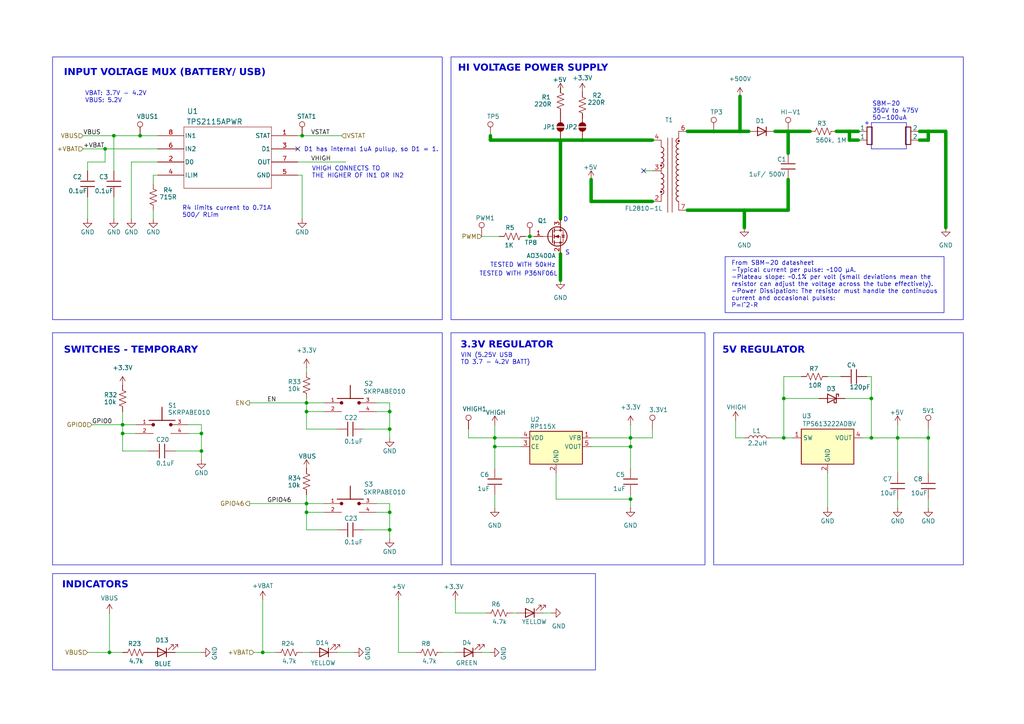
<source format=kicad_sch>
(kicad_sch (version 20231120) (generator "eeschema") (generator_version "8.0")
  (paper "A4")
  (lib_symbols
    (symbol "C_1" (pin_numbers hide) (pin_names (offset 0.254))
      (property "Reference" "C" (at 0.635 2.54 0))
      (property "Value" "C" (at 0.635 -2.54 0))
      (symbol "C_1_1_1"
        (pin passive line (at 0 3.81 270) (length 2.794) (name "~") (number "1"))
        (pin passive line (at 0 -3.81 90) (length 2.794) (name "~") (number "2"))
      )
    )
    (symbol "Connector:TestPoint" (pin_numbers hide) (pin_names (offset 0.762) hide)
      (property "Reference" "TP" (at 0 6.858 0))
      (property "Value" "TestPoint" (at 0 5.08 0))
      (symbol "TestPoint_1_1"
        (pin passive line (at 0 0 90) (length 2.54) (name "1") (number "1"))
      )
    )
    (symbol "Device:C" (pin_numbers hide) (pin_names (offset 0.254))
      (property "Reference" "C" (at 0.635 2.54 0))
      (property "Value" "C" (at 0.635 -2.54 0))
      (symbol "C_1_1"
        (pin passive line (at 0 3.81 270) (length 2.794) (name "~") (number "1"))
        (pin passive line (at 0 -3.81 90) (length 2.794) (name "~") (number "2"))
      )
    )
    (symbol "Device:D" (pin_numbers hide) (pin_names (offset 1.016) hide)
      (property "Reference" "D" (at 0 2.54 0))
      (property "Value" "D" (at 0 -2.54 0))
      (symbol "D_1_1"
        (pin passive line (at -3.81 0 0) (length 2.54) (name "K") (number "1"))
        (pin passive line (at 3.81 0 180) (length 2.54) (name "A") (number "2"))
      )
    )
    (symbol "Device:D_Schottky" (pin_numbers hide) (pin_names (offset 1.016) hide)
      (property "Reference" "D" (at 0 2.54 0))
      (property "Value" "D_Schottky" (at 0 -2.54 0))
      (symbol "D_Schottky_1_1"
        (pin passive line (at -3.81 0 0) (length 2.54) (name "K") (number "1"))
        (pin passive line (at 3.81 0 180) (length 2.54) (name "A") (number "2"))
      )
    )
    (symbol "Device:Fuse Clip" (pin_numbers hide) (pin_names (offset 0))
      (property "Reference" "F" (at -0.254 5.588 0))
      (property "Value" "Clip" (at 0.762 3.81 0))
      (symbol "Fuse Clip_1_1"
        (pin input line (at -3.81 -1.27 0) (length 2.54) (name "1") (number "1"))
        (pin input line (at -3.81 1.27 0) (length 2.54) (name "1") (number "1"))
        (pin input line (at 13.97 -1.27 180) (length 2.54) (name "2") (number "2"))
        (pin input line (at 13.97 1.27 180) (length 2.54) (name "2") (number "2"))
      )
    )
    (symbol "Device:L" (pin_numbers hide) (pin_names (offset 1.016) hide)
      (property "Reference" "L" (at -1.27 0 90))
      (property "Value" "L" (at 1.905 0 90))
      (symbol "L_1_1"
        (pin passive line (at 0 3.81 270) (length 1.27) (name "1") (number "1"))
        (pin passive line (at 0 -3.81 90) (length 1.27) (name "2") (number "2"))
      )
    )
    (symbol "Device:LED" (pin_numbers hide) (pin_names (offset 1.016) hide)
      (property "Reference" "D" (at 0 2.54 0))
      (property "Value" "LED" (at 0 -2.54 0))
      (symbol "LED_1_1"
        (pin passive line (at -3.81 0 0) (length 2.54) (name "K") (number "1"))
        (pin passive line (at 3.81 0 180) (length 2.54) (name "A") (number "2"))
      )
    )
    (symbol "Device:R_US" (pin_numbers hide) (pin_names (offset 0))
      (property "Reference" "R" (at 2.54 0 90))
      (property "Value" "R_US" (at -2.54 0 90))
      (symbol "R_US_1_1"
        (pin passive line (at 0 3.81 270) (length 1.27) (name "~") (number "1"))
        (pin passive line (at 0 -3.81 90) (length 1.27) (name "~") (number "2"))
      )
    )
    (symbol "Jumper:SolderJumper_2_Open" (pin_numbers hide) (pin_names (offset 0) hide) (exclude_from_sim yes) (in_bom no)
      (property "Reference" "JP" (at 0 2.032 0))
      (property "Value" "SolderJumper_2_Open" (at 0 -2.54 0))
      (symbol "SolderJumper_2_Open_1_1"
        (pin passive line (at -3.81 0 0) (length 2.54) (name "A") (number "1"))
        (pin passive line (at 3.81 0 180) (length 2.54) (name "B") (number "2"))
      )
    )
    (symbol "Regulator_Linear:RP115X" (pin_names (offset 0.254))
      (property "Reference" "U" (at -6.096 7.874 0))
      (property "Value" "RP115X" (at -7.112 5.842 0))
      (symbol "RP115X_1_1"
        (pin passive line (at 10.16 2.54 180) (length 2.54) (name "VFB") (number "1"))
        (pin power_out line (at 0 -7.62 90) (length 2.54) (name "GND") (number "2"))
        (pin power_in line (at -10.16 0 0) (length 2.54) (name "CE") (number "3"))
        (pin power_in line (at -10.16 2.54 0) (length 2.54) (name "VDD") (number "4"))
        (pin power_out line (at 10.16 0 180) (length 2.54) (name "VOUT") (number "5"))
      )
    )
    (symbol "Regulator_Switching:TPS613222ADBV"
      (property "Reference" "U" (at -7.62 6.35 0))
      (property "Value" "TPS613222ADBV" (at -10.16 -6.858 0))
      (symbol "TPS613222ADBV_1_1"
        (pin passive line (at -10.16 2.54 0) (length 2.54) (name "SW") (number "1"))
        (pin power_in line (at 0 -7.62 90) (length 2.54) (name "GND") (number "2"))
        (pin no_connect line (at -7.62 -2.54 0) (length 2.54) hide (name "NC") (number "3"))
        (pin power_out line (at 10.16 2.54 180) (length 2.54) (name "VOUT") (number "4"))
        (pin no_connect line (at 7.62 -2.54 180) (length 2.54) hide (name "NC") (number "5"))
      )
    )
    (symbol "SKRPABE010:SKRPABE010" (pin_names (offset 1.016))
      (property "Reference" "S" (at -5.08 6.35 0))
      (property "Value" "SKRPABE010" (at -5.08 -5.08 0))
      (symbol "SKRPABE010_0_0"
        (pin passive line (at 7.62 0 180) (length 5.08) (name "~") (number "3"))
      )
      (symbol "SKRPABE010_1_0"
        (pin passive line (at -7.62 0 0) (length 5.08) (name "~") (number "1"))
        (pin passive line (at -7.62 -2.54 0) (length 5.08) (name "~") (number "2"))
        (pin passive line (at 7.62 -2.54 180) (length 5.08) (name "~") (number "4"))
      )
    )
    (symbol "SKRPABE010_1" (pin_names (offset 1.016))
      (property "Reference" "S" (at -5.08 6.35 0))
      (property "Value" "SKRPABE010" (at -5.08 -5.08 0))
      (symbol "SKRPABE010_1_0_0"
        (pin passive line (at 7.62 0 180) (length 5.08) (name "~") (number "3"))
      )
      (symbol "SKRPABE010_1_1_0"
        (pin passive line (at -7.62 0 0) (length 5.08) (name "~") (number "1"))
        (pin passive line (at -7.62 -2.54 0) (length 5.08) (name "~") (number "2"))
        (pin passive line (at 7.62 -2.54 180) (length 5.08) (name "~") (number "4"))
      )
    )
    (symbol "TPS2115APWR:TPS2115APWR" (pin_names (offset 0.254))
      (property "Reference" "U" (at 8.636 6.858 0))
      (property "Value" "TPS2115APWR" (at 15.748 -14.986 0))
      (symbol "TPS2115APWR_0_1"
        (pin output line (at 40.64 2.54 180) (length 7.62) (name "STAT") (number "1"))
        (pin input line (at 0 -5.08 0) (length 7.62) (name "D0") (number "2"))
        (pin input line (at 40.64 -1.27 180) (length 7.62) (name "D1") (number "3"))
        (pin input line (at 0 -8.89 0) (length 7.62) (name "ILIM") (number "4"))
        (pin power_in line (at 40.64 -8.89 180) (length 7.62) (name "GND") (number "5"))
      )
      (symbol "TPS2115APWR_1_1"
        (pin power_in line (at 0 -1.27 0) (length 7.62) (name "IN2") (number "6"))
        (pin power_out line (at 40.64 -5.08 180) (length 7.62) (name "OUT") (number "7"))
        (pin power_in line (at 0 2.54 0) (length 7.62) (name "IN1") (number "8"))
      )
    )
    (symbol "Transformer:FL2810-1L_Coilcraft"
      (property "Reference" "T" (at -6.858 18.542 0))
      (property "Value" "FL2810-1L" (at -6.858 16.002 0))
      (symbol "FL2810-1L_Coilcraft_1_1"
        (pin no_connect line (at -20.32 3.81 0) (length 2.54) hide (name "1") (number "1"))
        (pin power_in line (at -5.08 -8.89 0) (length 2.54) (name "~") (number "2"))
        (pin passive line (at -5.08 0 0) (length 2.54) (name "~") (number "3"))
        (pin passive line (at -5.08 8.89 0) (length 2.54) (name "~") (number "4"))
        (pin no_connect line (at -20.32 1.27 0) (length 2.54) hide (name "5") (number "5"))
        (pin power_out line (at 5.08 11.43 180) (length 2.54) (name "~") (number "6"))
        (pin power_in line (at 5.08 -11.43 180) (length 2.54) (name "~") (number "7"))
        (pin no_connect line (at -20.32 -1.27 0) (length 2.54) hide (name "8") (number "8"))
        (pin no_connect line (at -20.32 -3.81 0) (length 2.54) hide (name "9") (number "9"))
      )
    )
    (symbol "Transistor_FET:AO3400A" (pin_names hide)
      (property "Reference" "Q" (at 5.08 1.905 0))
      (property "Value" "AO3400A" (at 5.08 0 0))
      (symbol "AO3400A_1_1"
        (pin input line (at -5.08 0 0) (length 2.54) (name "G") (number "1"))
        (pin passive line (at 2.54 -5.08 90) (length 2.54) (name "S") (number "2"))
        (pin passive line (at 2.54 5.08 270) (length 2.54) (name "D") (number "3"))
      )
    )
    (symbol "power:+3.3V" (power) (pin_numbers hide) (pin_names (offset 0) hide)
      (property "Value" "+3.3V" (at 0 3.556 0))
      (symbol "+3.3V_1_1"
        (pin power_in line (at 0 0 90) (length 0) (name "~") (number "1"))
      )
    )
    (symbol "power:+5V" (power) (pin_numbers hide) (pin_names (offset 0) hide)
      (property "Value" "+5V" (at 0 3.556 0))
      (symbol "+5V_1_1"
        (pin power_in line (at 0 0 90) (length 0) (name "~") (number "1"))
      )
    )
    (symbol "power:GND" (power) (pin_numbers hide) (pin_names (offset 0) hide)
      (property "Value" "GND" (at 0 -3.81 0))
      (symbol "GND_1_1"
        (pin power_in line (at 0 0 270) (length 0) (name "~") (number "1"))
      )
    )
    (symbol "power:VBUS" (power) (pin_numbers hide) (pin_names (offset 0) hide)
      (property "Value" "VBUS" (at 0 3.556 0))
      (symbol "VBUS_1_1"
        (pin power_in line (at 0 0 90) (length 0) (name "~") (number "1"))
      )
    )
  )
  (junction (at 113.03 153.67))
  (junction (at 58.42 130.81))
  (junction (at 35.56 125.73))
  (junction (at 30.48 43.18))
  (junction (at 227.33 127))
  (junction (at 40.64 39.37))
  (junction (at 88.9 119.38))
  (junction (at 31.75 189.23))
  (junction (at 162.56 40.64))
  (junction (at 33.02 39.37))
  (junction (at 113.03 124.46))
  (junction (at 269.24 127))
  (junction (at 260.35 127))
  (junction (at 182.88 144.78))
  (junction (at 153.67 68.58))
  (junction (at 252.73 115.57))
  (junction (at 143.51 127))
  (junction (at 214.63 38.1))
  (junction (at 87.63 39.37))
  (junction (at 35.56 123.19))
  (junction (at 246.38 38.1))
  (junction (at 227.33 115.57))
  (junction (at 88.9 116.84))
  (junction (at 113.03 119.38))
  (junction (at 215.9 60.96))
  (junction (at 228.6 38.1))
  (junction (at 207.01 38.1))
  (junction (at 182.88 129.54))
  (junction (at 58.42 125.73))
  (junction (at 113.03 148.59))
  (junction (at 182.88 127))
  (junction (at 143.51 129.54))
  (junction (at 76.2 189.23))
  (junction (at 88.9 148.59))
  (junction (at 252.73 127))
  (junction (at 269.24 38.1))
  (junction (at 168.91 40.64))
  (junction (at 88.9 146.05))
  (no_connect (at 86.36 43.18))
  (no_connect (at 186.69 49.53))
  (wire (pts (xy 157.48 177.8) (xy 160.02 177.8)))
  (wire (pts (xy 115.57 173.99) (xy 115.57 189.23)))
  (wire (pts (xy 113.03 153.67) (xy 113.03 156.21)))
  (wire (pts (xy 171.45 52.07) (xy 171.45 58.42)) (stroke (width 1)))
  (wire (pts (xy 113.03 148.59) (xy 113.03 153.67)))
  (wire (pts (xy 186.69 49.53) (xy 189.23 49.53)))
  (wire (pts (xy 35.56 123.19) (xy 35.56 125.73)))
  (polyline (pts (xy 15.24 96.52) (xy 128.27 96.52)))
  (wire (pts (xy 162.56 25.4) (xy 162.56 26.67)))
  (wire (pts (xy 162.56 73.66) (xy 162.56 81.28)) (stroke (width 1)))
  (wire (pts (xy 54.61 125.73) (xy 58.42 125.73)))
  (wire (pts (xy 214.63 27.94) (xy 214.63 38.1)) (stroke (width 1)))
  (wire (pts (xy 88.9 143.51) (xy 88.9 146.05)))
  (wire (pts (xy 182.88 129.54) (xy 182.88 135.89)))
  (wire (pts (xy 142.24 189.23) (xy 139.7 189.23)))
  (wire (pts (xy 168.91 40.64) (xy 166.37 40.64)))
  (wire (pts (xy 266.7 40.64) (xy 269.24 40.64)) (stroke (width 1)))
  (wire (pts (xy 143.51 129.54) (xy 151.13 129.54)))
  (wire (pts (xy 35.56 125.73) (xy 35.56 130.81)))
  (wire (pts (xy 148.59 177.8) (xy 149.86 177.8)))
  (wire (pts (xy 40.64 39.37) (xy 45.72 39.37)))
  (wire (pts (xy 252.73 127) (xy 260.35 127)))
  (wire (pts (xy 228.6 60.96) (xy 215.9 60.96)) (stroke (width 1)))
  (wire (pts (xy 113.03 116.84) (xy 109.22 116.84)))
  (wire (pts (xy 161.29 144.78) (xy 182.88 144.78)))
  (wire (pts (xy 97.79 153.67) (xy 88.9 153.67)))
  (wire (pts (xy 72.39 146.05) (xy 88.9 146.05)))
  (wire (pts (xy 113.03 119.38) (xy 113.03 124.46)))
  (wire (pts (xy 88.9 116.84) (xy 88.9 119.38)))
  (wire (pts (xy 135.89 127) (xy 135.89 124.46)))
  (wire (pts (xy 58.42 125.73) (xy 58.42 130.81)))
  (wire (pts (xy 251.46 109.22) (xy 252.73 109.22)))
  (wire (pts (xy 58.42 130.81) (xy 58.42 133.35)))
  (wire (pts (xy 25.4 189.23) (xy 31.75 189.23)))
  (wire (pts (xy 105.41 153.67) (xy 113.03 153.67)))
  (wire (pts (xy 35.56 119.38) (xy 35.56 123.19)))
  (wire (pts (xy 88.9 115.57) (xy 88.9 116.84)))
  (wire (pts (xy 245.11 115.57) (xy 252.73 115.57)))
  (wire (pts (xy 207.01 38.1) (xy 199.39 38.1)) (stroke (width 1)))
  (wire (pts (xy 228.6 38.1) (xy 234.95 38.1)) (stroke (width 1)))
  (wire (pts (xy 242.57 38.1) (xy 246.38 38.1)) (stroke (width 1)))
  (wire (pts (xy 161.29 137.16) (xy 161.29 144.78)))
  (wire (pts (xy 88.9 146.05) (xy 93.98 146.05)))
  (wire (pts (xy 86.36 39.37) (xy 87.63 39.37)))
  (wire (pts (xy 132.08 177.8) (xy 140.97 177.8)))
  (wire (pts (xy 240.03 109.22) (xy 243.84 109.22)))
  (wire (pts (xy 228.6 52.07) (xy 228.6 60.96)) (stroke (width 1)))
  (wire (pts (xy 76.2 173.99) (xy 76.2 189.23)))
  (wire (pts (xy 88.9 124.46) (xy 88.9 119.38)))
  (wire (pts (xy 87.63 50.8) (xy 87.63 63.5)))
  (wire (pts (xy 142.24 40.64) (xy 162.56 40.64)) (stroke (width 1)))
  (wire (pts (xy 260.35 127) (xy 269.24 127)))
  (wire (pts (xy 246.38 40.64) (xy 246.38 38.1)) (stroke (width 1)))
  (wire (pts (xy 30.48 46.99) (xy 30.48 43.18)))
  (wire (pts (xy 44.45 50.8) (xy 44.45 53.34)))
  (wire (pts (xy 260.35 127) (xy 260.35 123.19)))
  (wire (pts (xy 248.92 40.64) (xy 246.38 40.64)) (stroke (width 1)))
  (wire (pts (xy 105.41 124.46) (xy 113.03 124.46)))
  (wire (pts (xy 88.9 153.67) (xy 88.9 148.59)))
  (wire (pts (xy 189.23 124.46) (xy 189.23 127)))
  (wire (pts (xy 88.9 119.38) (xy 93.98 119.38)))
  (wire (pts (xy 44.45 50.8) (xy 45.72 50.8)))
  (wire (pts (xy 214.63 38.1) (xy 207.01 38.1)) (stroke (width 1)))
  (wire (pts (xy 246.38 38.1) (xy 248.92 38.1)) (stroke (width 1)))
  (wire (pts (xy 54.61 123.19) (xy 58.42 123.19)))
  (polyline (pts (xy 128.27 163.83) (xy 128.27 96.52)))
  (polyline (pts (xy 15.24 96.52) (xy 15.24 163.83)))
  (wire (pts (xy 24.13 43.18) (xy 30.48 43.18)))
  (wire (pts (xy 250.19 127) (xy 252.73 127)))
  (wire (pts (xy 24.13 39.37) (xy 33.02 39.37)))
  (wire (pts (xy 35.56 123.19) (xy 39.37 123.19)))
  (wire (pts (xy 227.33 109.22) (xy 227.33 115.57)))
  (wire (pts (xy 227.33 115.57) (xy 237.49 115.57)))
  (wire (pts (xy 252.73 115.57) (xy 252.73 127)))
  (wire (pts (xy 182.88 144.78) (xy 182.88 147.32)))
  (wire (pts (xy 182.88 127) (xy 182.88 129.54)))
  (wire (pts (xy 143.51 127) (xy 143.51 129.54)))
  (wire (pts (xy 168.91 33.02) (xy 168.91 34.29)))
  (wire (pts (xy 143.51 143.51) (xy 143.51 147.32)))
  (wire (pts (xy 139.7 68.58) (xy 144.78 68.58)))
  (wire (pts (xy 162.56 40.64) (xy 162.56 63.5)) (stroke (width 1)))
  (wire (pts (xy 35.56 130.81) (xy 43.18 130.81)))
  (wire (pts (xy 109.22 119.38) (xy 113.03 119.38)))
  (wire (pts (xy 25.4 46.99) (xy 30.48 46.99)))
  (wire (pts (xy 50.8 189.23) (xy 58.42 189.23)))
  (wire (pts (xy 269.24 38.1) (xy 274.32 38.1)) (stroke (width 1)))
  (wire (pts (xy 30.48 43.18) (xy 45.72 43.18)))
  (wire (pts (xy 162.56 40.64) (xy 168.91 40.64)) (stroke (width 1)))
  (wire (pts (xy 113.03 146.05) (xy 109.22 146.05)))
  (wire (pts (xy 88.9 148.59) (xy 93.98 148.59)))
  (wire (pts (xy 33.02 39.37) (xy 33.02 49.53)))
  (wire (pts (xy 189.23 127) (xy 182.88 127)))
  (wire (pts (xy 97.79 124.46) (xy 88.9 124.46)))
  (wire (pts (xy 269.24 124.46) (xy 269.24 127)))
  (wire (pts (xy 135.89 127) (xy 143.51 127)))
  (wire (pts (xy 269.24 40.64) (xy 269.24 38.1)) (stroke (width 1)))
  (wire (pts (xy 76.2 189.23) (xy 80.01 189.23)))
  (wire (pts (xy 25.4 57.15) (xy 25.4 63.5)))
  (wire (pts (xy 115.57 189.23) (xy 120.65 189.23)))
  (wire (pts (xy 31.75 189.23) (xy 35.56 189.23)))
  (wire (pts (xy 228.6 38.1) (xy 228.6 44.45)) (stroke (width 1)))
  (wire (pts (xy 142.24 40.64) (xy 142.24 39.37)) (stroke (width 1)))
  (wire (pts (xy 50.8 130.81) (xy 58.42 130.81)))
  (wire (pts (xy 35.56 125.73) (xy 39.37 125.73)))
  (wire (pts (xy 153.67 68.58) (xy 154.94 68.58)))
  (wire (pts (xy 199.39 60.96) (xy 215.9 60.96)) (stroke (width 1)))
  (wire (pts (xy 113.03 124.46) (xy 113.03 127)))
  (wire (pts (xy 162.56 40.64) (xy 160.02 40.64)))
  (wire (pts (xy 38.1 46.99) (xy 45.72 46.99)))
  (wire (pts (xy 88.9 146.05) (xy 88.9 148.59)))
  (wire (pts (xy 31.75 177.8) (xy 31.75 189.23)))
  (wire (pts (xy 132.08 173.99) (xy 132.08 177.8)))
  (wire (pts (xy 26.67 123.19) (xy 35.56 123.19)))
  (wire (pts (xy 260.35 127) (xy 260.35 137.16)))
  (wire (pts (xy 86.36 46.99) (xy 100.33 46.99)))
  (wire (pts (xy 182.88 143.51) (xy 182.88 144.78)))
  (wire (pts (xy 58.42 123.19) (xy 58.42 125.73)))
  (wire (pts (xy 109.22 148.59) (xy 113.03 148.59)))
  (wire (pts (xy 143.51 129.54) (xy 143.51 135.89)))
  (wire (pts (xy 113.03 148.59) (xy 113.03 146.05)))
  (wire (pts (xy 240.03 137.16) (xy 240.03 147.32)))
  (wire (pts (xy 227.33 115.57) (xy 227.33 127)))
  (wire (pts (xy 213.36 121.92) (xy 213.36 127)))
  (wire (pts (xy 86.36 50.8) (xy 87.63 50.8)))
  (wire (pts (xy 33.02 57.15) (xy 33.02 63.5)))
  (wire (pts (xy 252.73 109.22) (xy 252.73 115.57)))
  (wire (pts (xy 113.03 119.38) (xy 113.03 116.84)))
  (wire (pts (xy 88.9 106.68) (xy 88.9 107.95)))
  (wire (pts (xy 143.51 127) (xy 151.13 127)))
  (wire (pts (xy 269.24 127) (xy 269.24 137.16)))
  (wire (pts (xy 215.9 60.96) (xy 215.9 66.04)) (stroke (width 1)))
  (wire (pts (xy 214.63 38.1) (xy 217.17 38.1)) (stroke (width 1)))
  (wire (pts (xy 171.45 129.54) (xy 182.88 129.54)))
  (wire (pts (xy 38.1 63.5) (xy 38.1 46.99)))
  (wire (pts (xy 227.33 127) (xy 229.87 127)))
  (wire (pts (xy 260.35 144.78) (xy 260.35 147.32)))
  (wire (pts (xy 87.63 189.23) (xy 90.17 189.23)))
  (wire (pts (xy 143.51 123.19) (xy 143.51 127)))
  (wire (pts (xy 171.45 127) (xy 182.88 127)))
  (wire (pts (xy 73.66 189.23) (xy 76.2 189.23)))
  (wire (pts (xy 227.33 109.22) (xy 232.41 109.22)))
  (wire (pts (xy 33.02 39.37) (xy 40.64 39.37)))
  (wire (pts (xy 224.79 38.1) (xy 228.6 38.1)) (stroke (width 1)))
  (wire (pts (xy 269.24 144.78) (xy 269.24 147.32)))
  (wire (pts (xy 97.79 189.23) (xy 102.87 189.23)))
  (polyline (pts (xy 15.24 163.83) (xy 128.27 163.83)))
  (wire (pts (xy 182.88 123.19) (xy 182.88 127)))
  (wire (pts (xy 25.4 49.53) (xy 25.4 46.99)))
  (wire (pts (xy 223.52 127) (xy 227.33 127)))
  (wire (pts (xy 128.27 189.23) (xy 132.08 189.23)))
  (wire (pts (xy 87.63 39.37) (xy 99.06 39.37)))
  (wire (pts (xy 274.32 38.1) (xy 274.32 66.04)) (stroke (width 1)))
  (wire (pts (xy 168.91 40.64) (xy 189.23 40.64)) (stroke (width 1)))
  (wire (pts (xy 266.7 38.1) (xy 269.24 38.1)) (stroke (width 1)))
  (wire (pts (xy 171.45 58.42) (xy 189.23 58.42)) (stroke (width 1)))
  (wire (pts (xy 213.36 127) (xy 215.9 127)))
  (wire (pts (xy 72.39 116.84) (xy 88.9 116.84)))
  (wire (pts (xy 88.9 116.84) (xy 93.98 116.84)))
  (wire (pts (xy 152.4 68.58) (xy 153.67 68.58)))
  (wire (pts (xy 44.45 60.96) (xy 44.45 63.5)))
  (rectangle (start 15.24 16.51) (end 128.27 92.71))
  (rectangle (start 15.24 166.37) (end 172.72 194.31))
  (rectangle (start 252.73 35.56) (end 262.89 43.18))
  (rectangle (start 130.81 16.51) (end 279.4 92.71))
  (rectangle (start 207.01 96.52) (end 279.4 163.83))
  (rectangle (start 130.81 96.52) (end 204.47 163.83))
  (rectangle (start 210.312 74.422) (end 273.812 90.678))
  (text "5V REGULATOR" (at 209.55 103.378 0) (effects (font (size 2 2) (thickness 0.4064) (bold yes)) (justify left bottom)))
  (text "D1 has internal 1uA pullup, so D1 = 1.\n" (at 88.138 43.434 0) (effects (font (size 1.27 1.27)) (justify left)))
  (text "INPUT VOLTAGE MUX (BATTERY/ USB) " (at 18.542 22.86 0) (effects (font (size 2 2) (thickness 0.4064) (bold yes)) (justify left bottom)))
  (text "INDICATORS" (at 18.034 171.45 0) (effects (font (size 2 2) (thickness 0.4064) (bold yes)) (justify left bottom)))
  (text "+" (at 251.46 35.814 0) (effects (font (size 1.27 1.27))))
  (text "HI VOLTAGE POWER SUPPLY" (at 132.842 21.59 0) (effects (font (size 2 2) (thickness 0.4064) (bold yes)) (justify left bottom)))
  (text "TESTED WITH 50kHz" (at 151.638 76.962 0) (effects (font (size 1.27 1.27))))
  (text "S" (at 164.592 73.406 0) (effects (font (size 1.27 1.27))))
  (text "TESTED WITH P36NF06L" (at 150.368 79.502 0) (effects (font (size 1.27 1.27))))
  (text "From SBM-20 datasheet\n-Typical current per pulse: ~100 µA.\n-Plateau slope: ~0.1% per volt (small deviations mean the \nresistor can adjust the voltage across the tube effectively).\n-Power Dissipation: The resistor must handle the continuous\ncurrent and occasional pulses:\nP=I^2⋅R\n" (at 212.09 82.55 0) (effects (font (size 1.27 1.27)) (justify left)))
  (text "R4 limits current to 0.71A\n500/ RLim" (at 52.832 61.468 0) (effects (font (size 1.27 1.27)) (justify left)))
  (text "VIN (5.25V USB \nTO 3.7 - 4.2V BATT)" (at 133.604 104.14 0) (effects (font (size 1.27 1.27)) (justify left)))
  (text "3.3V REGULATOR" (at 133.604 101.854 0) (effects (font (size 2 2) (thickness 0.4064) (bold yes)) (justify left bottom)))
  (text "VHIGH CONNECTS TO \nTHE HIGHER OF IN1 OR IN2" (at 90.424 50.038 0) (effects (font (size 1.27 1.27)) (justify left)))
  (text "SWITCHES - TEMPORARY" (at 18.542 103.378 0) (effects (font (size 2 2) (thickness 1.016) (bold yes)) (justify left bottom)))
  (text "VBAT: 3.7V - 4.2V\nVBUS: 5.2V" (at 24.638 28.194 0) (effects (font (size 1.27 1.27)) (justify left)))
  (text "SBM-20\n350V to 475V\n50-100uA" (at 252.984 32.258 0) (effects (font (size 1.27 1.27)) (justify left)))
  (text "D" (at 164.084 63.754 0) (effects (font (size 1.27 1.27))))
  (label "+VBAT" (at 24.13 43.18 0))
  (label "GPIO0" (at 26.67 123.19 0))
  (label "VBUS" (at 24.13 39.37 0))
  (label "VSTAT" (at 90.17 39.37 0))
  (label "EN" (at 77.47 116.84 0))
  (label "GPIO46" (at 77.47 146.05 0))
  (label "VHIGH" (at 90.17 46.99 0))
  (hierarchical_label "+VBAT" (shape input) (at 73.66 189.23 180))
  (hierarchical_label "VBUS" (shape input) (at 24.13 39.37 180))
  (hierarchical_label "GPIO46" (shape output) (at 72.39 146.05 180))
  (hierarchical_label "PWM" (shape input) (at 139.7 68.58 180))
  (hierarchical_label "GPIO0" (shape input) (at 26.67 123.19 180))
  (hierarchical_label "+VBAT" (shape input) (at 24.13 43.18 180))
  (hierarchical_label "EN" (shape output) (at 72.39 116.84 180))
  (hierarchical_label "VBUS" (shape input) (at 25.4 189.23 180))
  (hierarchical_label "VSTAT" (shape input) (at 99.06 39.37 0))
  (symbol (lib_id "power:GND") (at 58.42 189.23 90) (unit 1)
    (property "Reference" "#PWR038" (effects (hide yes)))
    (property "Value" "GND" (at 62.23 187.452 0) (effects (justify right)))
  )
  (symbol (lib_name "C_1") (lib_id "Device:C") (at 101.6 124.46 270) (unit 1)
    (property "Reference" "C22" (at 99.822 121.158 90) (effects (justify left)))
    (property "Value" "0.1uF" (at 99.822 128.016 90) (effects (justify left)))
    (property "Footprint" "Capacitor_SMD:C_0805_2012Metric" (effects (hide yes)))
    (property "Datasheet" "https://www.digikey.com/en/products/detail/yageo/CC0805KRX7R9BB104/302874" (effects (hide yes)))
    (property "Description" "Unpolarized capacitor" (effects (hide yes)))
    (property "MPN" "CC0805KRX7R9BB104" (effects (hide yes)))
  )
  (symbol (lib_id "Device:R_US") (at 148.59 68.58 270) (unit 1)
    (property "Reference" "R5" (at 146.558 66.04 90) (effects (justify left)))
    (property "Value" "1K" (at 146.304 71.12 90) (effects (justify left)))
    (property "Footprint" "Resistor_SMD:R_0805_2012Metric" (effects (hide yes)))
    (property "Description" "Resistor, US symbol" (effects (hide yes)))
    (property "MPN" "RNCP0805FTD1K00" (effects (hide yes)))
  )
  (symbol (lib_id "power:GND") (at 44.45 63.5 0) (unit 1)
    (property "Reference" "#PWR08" (effects (hide yes)))
    (property "Value" "GND" (at 44.45 67.31 0))
  )
  (symbol (lib_id "power:+3.3V") (at 88.9 106.68 0) (unit 1)
    (property "Reference" "#PWR063" (effects (hide yes)))
    (property "Value" "+3.3V" (at 88.9 101.6 0))
    (property "Description" "Power symbol creates a global label with name \"+3.3V\"" (effects (hide yes)))
  )
  (symbol (lib_id "power:+5V") (at 115.57 173.99 0) (unit 1)
    (property "Reference" "#PWR02" (effects (hide yes)))
    (property "Value" "+5V" (at 115.57 170.18 0))
    (property "Description" "Power symbol creates a global label with name \"+5V\"" (effects (hide yes)))
  )
  (symbol (lib_id "power:GND") (at 58.42 133.35 0) (unit 1)
    (property "Reference" "#PWR064" (effects (hide yes)))
    (property "Value" "GND" (at 58.42 137.16 0))
  )
  (symbol (lib_id "Device:R_US") (at 238.76 38.1 270) (unit 1)
    (property "Reference" "R3" (at 236.982 35.814 90) (effects (justify left)))
    (property "Value" "560k, 1M" (at 236.474 40.64 90) (effects (justify left)))
    (property "Footprint" "Resistor_SMD:R_2512_6332Metric" (effects (hide yes)))
    (property "Description" "Resistor, US symbol" (effects (hide yes)))
    (property "MPN" "CRGP2512F560K" (effects (hide yes)))
    (property "ALT MPN" "CRGP2512F1M0 " (effects (hide yes)))
  )
  (symbol (lib_name "C_1") (lib_id "Device:C") (at 182.88 139.7 0) (unit 1)
    (property "Reference" "C5" (at 178.562 137.668 0) (effects (justify left)))
    (property "Value" "1uF" (at 177.8 141.732 0) (effects (justify left)))
    (property "Footprint" "Capacitor_SMD:C_0805_2012Metric" (effects (hide yes)))
    (property "Description" "Unpolarized capacitor" (effects (hide yes)))
    (property "MPN" "CC0805KKX5R6BB105" (effects (hide yes)))
  )
  (symbol (lib_id "Device:R_US") (at 88.9 111.76 180) (unit 1)
    (property "Reference" "R33" (at 87.376 110.744 0) (effects (justify left)))
    (property "Value" "10k" (at 87.122 112.776 0) (effects (justify left)))
    (property "Footprint" "Resistor_SMD:R_0805_2012Metric" (effects (hide yes)))
    (property "Description" "Resistor, US symbol" (effects (hide yes)))
    (property "MPN" "RMCF0805FT10K0" (effects (hide yes)))
  )
  (symbol (lib_id "Device:R_US") (at 44.45 57.15 180) (unit 1)
    (property "Reference" "R4" (at 50.038 55.118 0) (effects (justify left)))
    (property "Value" "715R" (at 51.308 57.15 0) (effects (justify left)))
    (property "Footprint" "Resistor_SMD:R_0805_2012Metric" (effects (hide yes)))
    (property "Datasheet" "https://www.digikey.com/en/products/detail/vishay-dale/CRCW0805715RFKEA/1175621" (effects (hide yes)))
    (property "Description" "Resistor, US symbol" (effects (hide yes)))
    (property "MPN" "CRCW0805715RFKEA" (effects (hide yes)))
  )
  (symbol (lib_id "power:GND") (at 102.87 189.23 90) (unit 1)
    (property "Reference" "#PWR040" (effects (hide yes)))
    (property "Value" "GND" (at 106.68 187.452 0) (effects (justify right)))
  )
  (symbol (lib_id "power:GND") (at 87.63 63.5 0) (unit 1)
    (property "Reference" "#PWR09" (effects (hide yes)))
    (property "Value" "GND" (at 87.63 67.31 0))
  )
  (symbol (lib_id "power:GND") (at 182.88 147.32 0) (unit 1)
    (property "Reference" "#PWR011" (effects (hide yes)))
    (property "Value" "GND" (at 182.88 152.4 0))
    (property "Description" "Power symbol creates a global label with name \"GND\" , ground" (effects (hide yes)))
  )
  (symbol (lib_name "SKRPABE010_1") (lib_id "SKRPABE010:SKRPABE010") (at 101.6 116.84 0) (unit 1)
    (property "Reference" "S2" (at 106.934 111.252 0))
    (property "Value" "SKRPABE010" (at 111.506 113.538 0))
    (property "Footprint" "SKRPABE010:SW_SKRPABE010" (effects (hide yes)))
    (property "STANDARD" "Manufacturer Recommendations" (effects (hide yes)))
    (property "MAXIMUM_PACKAGE_HEIGHT" "2.5 mm" (effects (hide yes)))
    (property "MANUFACTURER" "Alps" (effects (hide yes)))
    (property "MPN" "SKRPABE010" (effects (hide yes)))
  )
  (symbol (lib_id "Regulator_Switching:TPS613222ADBV") (at 240.03 129.54 0) (unit 1)
    (property "Reference" "U3" (at 233.934 120.65 0))
    (property "Value" "TPS613222ADBV" (at 240.538 122.936 0))
    (property "Footprint" "Package_TO_SOT_SMD:SOT-23-5" (effects (hide yes)))
    (property "Datasheet" "http://www.ti.com/lit/ds/symlink/tps61322.pdf" (effects (hide yes)))
    (property "Description" "1.8A Step-Up Converter, 5V Output Voltage, 0.9-5.5V Input Voltage, SOT-23-5" (effects (hide yes)))
    (property "MPN" "TPS613222ADBV" (effects (hide yes)))
  )
  (symbol (lib_id "Jumper:SolderJumper_2_Open") (at 162.56 36.83 90) (unit 1) (exclude_from_sim yes) (in_bom no)
    (property "Reference" "JP1" (at 157.48 36.83 90) (effects (justify right)))
    (property "Value" "SolderJumper_2_Open" (effects (hide yes)))
    (property "Footprint" "Jumper:SolderJumper-2_P1.3mm_Open_RoundedPad1.0x1.5mm" (effects (hide yes)))
    (property "Description" "Solder Jumper, 2-pole, open" (effects (hide yes)))
  )
  (symbol (lib_name "C_1") (lib_id "Device:C") (at 269.24 140.97 0) (unit 1)
    (property "Reference" "C8" (at 264.922 138.938 0) (effects (justify left)))
    (property "Value" "10uF" (at 264.16 143.002 0) (effects (justify left)))
    (property "Footprint" "Capacitor_SMD:C_0805_2012Metric" (effects (hide yes)))
    (property "Description" "Unpolarized capacitor" (effects (hide yes)))
    (property "MPN" "CL21B106KPQNNNE" (effects (hide yes)))
  )
  (symbol (lib_id "power:+3.3V") (at 143.51 123.19 0) (unit 1)
    (property "Reference" "#PWR034" (effects (hide yes)))
    (property "Value" "VHIGH" (at 143.764 119.634 0))
    (property "Description" "Power symbol creates a global label with name \"+3.3V\"" (effects (hide yes)))
  )
  (symbol (lib_id "Device:LED") (at 135.89 189.23 180) (unit 1)
    (property "Reference" "D4" (at 135.382 186.436 0))
    (property "Value" "GREEN" (at 135.382 192.278 0))
    (property "Footprint" "LED_SMD:LED_0805_2012Metric" (effects (hide yes)))
    (property "MPN" "150080GS75000" (effects (hide yes)))
  )
  (symbol (lib_id "Device:R_US") (at 162.56 29.21 180) (unit 1)
    (property "Reference" "R1" (at 159.766 28.194 0) (effects (justify left)))
    (property "Value" "220R" (at 160.02 30.226 0) (effects (justify left)))
    (property "Footprint" "Resistor_SMD:R_0805_2012Metric" (effects (hide yes)))
    (property "Description" "Resistor, US symbol" (effects (hide yes)))
    (property "MPN" "RK73B2ATTD221J" (effects (hide yes)))
  )
  (symbol (lib_id "Connector:TestPoint") (at 228.6 38.1 0) (unit 1)
    (property "Reference" "HI-V1" (at 226.314 32.512 0) (effects (justify left)))
    (property "Value" "TestPoint" (effects (hide yes)))
    (property "Footprint" "Connector_Pin:Pin_D1.0mm_L10.0mm" (effects (hide yes)))
    (property "Description" "test point" (effects (hide yes)))
  )
  (symbol (lib_id "TPS2115APWR:TPS2115APWR") (at 45.72 41.91 0) (unit 1)
    (property "Reference" "U1" (at 55.88 32.258 0) (effects (font (size 1.524 1.524))))
    (property "Value" "TPS2115APWR" (at 62.23 35.306 0) (effects (font (size 1.524 1.524))))
    (property "Footprint" "TPS2115APWR:PW8" (effects (hide yes)))
    (property "Datasheet" "TPS2115APWR" (effects (hide yes)))
    (property "Description" "Autoswitching power multiplexer for switching bet VBAT and VBUS" (effects (hide yes)))
    (property "MPN" "TPS2115APWR" (effects (hide yes)))
  )
  (symbol (lib_id "Device:R_US") (at 168.91 30.48 180) (unit 1)
    (property "Reference" "R2" (at 174.498 27.686 0) (effects (justify left)))
    (property "Value" "220R" (at 175.514 29.718 0) (effects (justify left)))
    (property "Footprint" "Resistor_SMD:R_0805_2012Metric" (effects (hide yes)))
    (property "Description" "Resistor, US symbol" (effects (hide yes)))
    (property "MPN" "RK73B2ATTD221J" (effects (hide yes)))
  )
  (symbol (lib_id "Device:C") (at 247.65 109.22 270) (unit 1)
    (property "Reference" "C4" (at 245.618 105.918 90) (effects (justify left)))
    (property "Value" "120pF" (at 246.38 112.268 90) (effects (justify left)))
    (property "Footprint" "Capacitor_SMD:C_0805_2012Metric" (effects (hide yes)))
    (property "Description" "Unpolarized capacitor" (effects (hide yes)))
    (property "MPN" "C0805C121J5GACTU" (effects (hide yes)))
  )
  (symbol (lib_name "C_1") (lib_id "Device:C") (at 143.51 139.7 0) (unit 1)
    (property "Reference" "C6" (at 139.192 137.668 0) (effects (justify left)))
    (property "Value" "1uF" (at 138.43 141.732 0) (effects (justify left)))
    (property "Footprint" "Capacitor_SMD:C_0805_2012Metric" (effects (hide yes)))
    (property "Description" "Unpolarized capacitor" (effects (hide yes)))
    (property "MPN" "CC0805KKX5R6BB105" (effects (hide yes)))
  )
  (symbol (lib_id "Connector:TestPoint") (at 40.64 39.37 0) (unit 1)
    (property "Reference" "VBUS1" (at 39.624 33.782 0) (effects (justify left)))
    (property "Value" "TestPoint" (effects (hide yes)))
    (property "Footprint" "Connector_Pin:Pin_D1.0mm_L10.0mm" (effects (hide yes)))
    (property "Description" "test point" (effects (hide yes)))
  )
  (symbol (lib_id "power:+3.3V") (at 213.36 121.92 0) (unit 1)
    (property "Reference" "#PWR017" (effects (hide yes)))
    (property "Value" "VHIGH" (at 213.614 118.11 0))
    (property "Description" "Power symbol creates a global label with name \"+3.3V\"" (effects (hide yes)))
  )
  (symbol (lib_id "power:+5V") (at 171.45 52.07 0) (unit 1)
    (property "Reference" "#PWR01" (effects (hide yes)))
    (property "Value" "+5V" (at 171.196 48.514 0))
    (property "Description" "Power symbol creates a global label with name \"+5V\"" (effects (hide yes)))
  )
  (symbol (lib_id "power:GND") (at 240.03 147.32 0) (unit 1)
    (property "Reference" "#PWR022" (effects (hide yes)))
    (property "Value" "GND" (at 240.03 151.13 0))
  )
  (symbol (lib_id "power:+3.3V") (at 182.88 123.19 0) (unit 1)
    (property "Reference" "#PWR061" (effects (hide yes)))
    (property "Value" "+3.3V" (at 182.88 118.11 0))
    (property "Description" "Power symbol creates a global label with name \"+3.3V\"" (effects (hide yes)))
  )
  (symbol (lib_id "Device:D") (at 220.98 38.1 180) (unit 1)
    (property "Reference" "D1" (at 220.472 35.052 0))
    (property "Value" "ES1H" (effects (hide yes)))
    (property "Footprint" "ES1H:DIOM4226X244N" (effects (hide yes)))
    (property "Description" "Diode" (effects (hide yes)))
    (property "MPN" "ES1H" (effects (hide yes)))
  )
  (symbol (lib_id "power:+5V") (at 31.75 177.8 0) (unit 1)
    (property "Reference" "#PWR037" (effects (hide yes)))
    (property "Value" "VBUS" (at 31.75 173.482 0))
  )
  (symbol (lib_name "C_1") (lib_id "Device:C") (at 260.35 140.97 0) (unit 1)
    (property "Reference" "C7" (at 256.032 138.938 0) (effects (justify left)))
    (property "Value" "10uF" (at 255.27 143.002 0) (effects (justify left)))
    (property "Footprint" "Capacitor_SMD:C_0805_2012Metric" (effects (hide yes)))
    (property "Description" "Unpolarized capacitor" (effects (hide yes)))
    (property "MPN" "CL21B106KPQNNNE" (effects (hide yes)))
  )
  (symbol (lib_id "Transformer:FL2810-1L_Coilcraft") (at 194.31 49.53 0) (unit 1)
    (property "Reference" "T1" (at 194.056 34.798 0))
    (property "Value" "FL2810-1L" (at 186.69 60.452 0))
    (property "Footprint" "Transformer_SMD:Transformer_Coilcraft_FL2810-1L" (effects (hide yes)))
    (property "Description" "Step-up SMD 1:1:100 Coilcraft, 1:1:100" (effects (hide yes)))
    (property "Height" "8.45" (effects (hide yes)))
    (property "Coilcraft" "FL2810-1L" (effects (hide yes)))
    (property "Coilcraft price" "5.43" (effects (hide yes)))
    (property "MPN" "FL2810-1L" (effects (hide yes)))
  )
  (symbol (lib_id "power:GND") (at 143.51 147.32 0) (unit 1)
    (property "Reference" "#PWR010" (effects (hide yes)))
    (property "Value" "GND" (at 143.51 152.4 0))
    (property "Description" "Power symbol creates a global label with name \"GND\" , ground" (effects (hide yes)))
  )
  (symbol (lib_id "Device:R_US") (at 88.9 139.7 180) (unit 1)
    (property "Reference" "R34" (at 87.376 138.684 0) (effects (justify left)))
    (property "Value" "10k" (at 87.122 140.716 0) (effects (justify left)))
    (property "Footprint" "Resistor_SMD:R_0805_2012Metric" (effects (hide yes)))
    (property "Description" "Resistor, US symbol" (effects (hide yes)))
    (property "MPN" "RMCF0805FT10K0" (effects (hide yes)))
  )
  (symbol (lib_id "power:GND") (at 274.32 66.04 0) (unit 1)
    (property "Reference" "#PWR03" (effects (hide yes)))
    (property "Value" "GND" (at 274.32 71.12 0))
    (property "Description" "Power symbol creates a global label with name \"GND\" , ground" (effects (hide yes)))
  )
  (symbol (lib_id "Connector:TestPoint") (at 139.7 68.58 0) (unit 1)
    (property "Reference" "PWM1" (at 137.922 63.246 0) (effects (justify left)))
    (property "Value" "TestPoint" (effects (hide yes)))
    (property "Footprint" "Connector_Pin:Pin_D1.0mm_L10.0mm" (effects (hide yes)))
    (property "Description" "test point" (effects (hide yes)))
  )
  (symbol (lib_id "power:GND") (at 38.1 63.5 0) (unit 1)
    (property "Reference" "#PWR07" (effects (hide yes)))
    (property "Value" "GND" (at 38.1 67.31 0))
  )
  (symbol (lib_id "Device:L") (at 219.71 127 90) (unit 1)
    (property "Reference" "L1" (at 219.456 124.968 90))
    (property "Value" "2.2uH" (at 219.71 128.524 90))
    (property "Footprint" "Inductor_SMD:L_1008_2520Metric" (effects (hide yes)))
    (property "Description" "Inductor" (effects (hide yes)))
    (property "MPN" "DFE252012F-2R2M=P2" (effects (hide yes)))
  )
  (symbol (lib_name "C_1") (lib_id "Device:C") (at 46.99 130.81 270) (unit 1)
    (property "Reference" "C20" (at 45.212 127.508 90) (effects (justify left)))
    (property "Value" "0.1uF" (at 45.212 134.366 90) (effects (justify left)))
    (property "Footprint" "Capacitor_SMD:C_0805_2012Metric" (effects (hide yes)))
    (property "Datasheet" "https://www.digikey.com/en/products/detail/yageo/CC0805KRX7R9BB104/302874" (effects (hide yes)))
    (property "Description" "Unpolarized capacitor" (effects (hide yes)))
    (property "MPN" "CC0805KRX7R9BB104" (effects (hide yes)))
  )
  (symbol (lib_id "power:+5V") (at 260.35 123.19 0) (unit 1)
    (property "Reference" "#PWR013" (effects (hide yes)))
    (property "Value" "+5V" (at 260.096 119.634 0))
    (property "Description" "Power symbol creates a global label with name \"+5V\"" (effects (hide yes)))
  )
  (symbol (lib_id "power:+3.3V") (at 168.91 26.67 0) (unit 1)
    (property "Reference" "#PWR051" (effects (hide yes)))
    (property "Value" "+3.3V" (at 168.91 22.606 0))
    (property "Description" "Power symbol creates a global label with name \"+3.3V\"" (effects (hide yes)))
  )
  (symbol (lib_id "power:+3.3V") (at 132.08 173.99 0) (unit 1)
    (property "Reference" "#PWR062" (effects (hide yes)))
    (property "Value" "+3.3V" (at 131.572 170.18 0))
    (property "Description" "Power symbol creates a global label with name \"+3.3V\"" (effects (hide yes)))
  )
  (symbol (lib_id "Connector:TestPoint") (at 87.63 39.37 0) (unit 1)
    (property "Reference" "STAT1" (at 86.106 33.782 0) (effects (justify left)))
    (property "Value" "TestPoint" (effects (hide yes)))
    (property "Footprint" "Connector_Pin:Pin_D1.0mm_L10.0mm" (effects (hide yes)))
    (property "Description" "test point" (effects (hide yes)))
  )
  (symbol (lib_id "Device:LED") (at 153.67 177.8 180) (unit 1)
    (property "Reference" "D2" (at 153.67 174.244 0))
    (property "Value" "YELLOW" (at 154.94 180.34 0))
    (property "Footprint" "LED_SMD:LED_0805_2012Metric" (effects (hide yes)))
    (property "MPN" "150080YS75000" (effects (hide yes)))
  )
  (symbol (lib_id "Connector:TestPoint") (at 189.23 124.46 0) (unit 1)
    (property "Reference" "3.3V1" (at 188.214 118.872 0) (effects (justify left)))
    (property "Value" "TestPoint" (effects (hide yes)))
    (property "Footprint" "Connector_Pin:Pin_D1.0mm_L10.0mm" (effects (hide yes)))
    (property "Description" "test point" (effects (hide yes)))
  )
  (symbol (lib_id "power:GND") (at 113.03 127 0) (unit 1)
    (property "Reference" "#PWR069" (effects (hide yes)))
    (property "Value" "GND" (at 113.03 130.81 0))
  )
  (symbol (lib_id "SKRPABE010:SKRPABE010") (at 46.99 123.19 0) (unit 1)
    (property "Reference" "S1" (at 50.038 117.602 0))
    (property "Value" "SKRPABE010" (at 54.864 119.634 0))
    (property "Footprint" "SKRPABE010:SW_SKRPABE010" (effects (hide yes)))
    (property "MANUFACTURER" "Alps" (effects (hide yes)))
    (property "MPN" "SKRPABE010" (effects (hide yes)))
  )
  (symbol (lib_id "Device:D_Schottky") (at 241.3 115.57 0) (mirror y) (unit 1)
    (property "Reference" "D3" (at 241.046 112.776 0))
    (property "Value" "D_Schottky" (effects (hide yes)))
    (property "Footprint" "Diode_SMD:D_SOD-323" (effects (hide yes)))
    (property "Description" "DIODE SCHOTTKY 10V 100MA USC" (effects (hide yes)))
    (property "MPN" "1SS367,H3F" (effects (hide yes)))
  )
  (symbol (lib_id "power:VBUS") (at 88.9 135.89 0) (unit 1)
    (property "Reference" "#PWR020" (effects (hide yes)))
    (property "Value" "VBUS" (at 89.154 132.334 0))
    (property "Description" "Power symbol creates a global label with name \"VBUS\"" (effects (hide yes)))
  )
  (symbol (lib_id "power:+3.3V") (at 35.56 111.76 0) (unit 1)
    (property "Reference" "#PWR074" (effects (hide yes)))
    (property "Value" "+3.3V" (at 35.56 106.68 0))
    (property "Description" "Power symbol creates a global label with name \"+3.3V\"" (effects (hide yes)))
  )
  (symbol (lib_id "power:GND") (at 160.02 177.8 90) (unit 1)
    (property "Reference" "#PWR014" (effects (hide yes)))
    (property "Value" "GND" (at 160.02 181.61 90) (effects (justify right)))
  )
  (symbol (lib_id "power:+5V") (at 76.2 173.99 0) (unit 1)
    (property "Reference" "#PWR039" (effects (hide yes)))
    (property "Value" "+VBAT" (at 76.2 169.926 0))
    (property "Description" "Power symbol creates a global label with name \"+5V\"" (effects (hide yes)))
  )
  (symbol (lib_id "power:GND") (at 215.9 66.04 0) (unit 1)
    (property "Reference" "#PWR035" (effects (hide yes)))
    (property "Value" "GND" (at 215.9 71.12 0))
    (property "Description" "Power symbol creates a global label with name \"GND\" , ground" (effects (hide yes)))
  )
  (symbol (lib_id "power:+5V") (at 214.63 27.94 0) (unit 1)
    (property "Reference" "#PWR015" (effects (hide yes)))
    (property "Value" "+500V" (at 214.63 22.86 0))
    (property "Description" "Power symbol creates a global label with name \"+5V\"" (effects (hide yes)))
  )
  (symbol (lib_name "C_1") (lib_id "Device:C") (at 101.6 153.67 270) (unit 1)
    (property "Reference" "C23" (at 99.822 150.368 90) (effects (justify left)))
    (property "Value" "0.1uF" (at 99.822 157.226 90) (effects (justify left)))
    (property "Footprint" "Capacitor_SMD:C_0805_2012Metric" (effects (hide yes)))
    (property "Datasheet" "https://www.digikey.com/en/products/detail/yageo/CC0805KRX7R9BB104/302874" (effects (hide yes)))
    (property "Description" "Unpolarized capacitor" (effects (hide yes)))
    (property "MPN" "CC0805KRX7R9BB104" (effects (hide yes)))
  )
  (symbol (lib_id "power:GND") (at 142.24 189.23 90) (unit 1)
    (property "Reference" "#PWR025" (effects (hide yes)))
    (property "Value" "GND" (at 146.05 187.452 0) (effects (justify right)))
  )
  (symbol (lib_id "Connector:TestPoint") (at 269.24 124.46 0) (unit 1)
    (property "Reference" "5V1" (at 267.462 119.126 0) (effects (justify left)))
    (property "Value" "TestPoint" (effects (hide yes)))
    (property "Footprint" "Connector_Pin:Pin_D1.0mm_L10.0mm" (effects (hide yes)))
    (property "Description" "test point" (effects (hide yes)))
  )
  (symbol (lib_id "Device:R_US") (at 236.22 109.22 270) (unit 1)
    (property "Reference" "R7" (at 234.696 106.934 90) (effects (justify left)))
    (property "Value" "10R" (at 234.442 111.76 90) (effects (justify left)))
    (property "Footprint" "Resistor_SMD:R_0805_2012Metric" (effects (hide yes)))
    (property "Description" "Resistor, US symbol" (effects (hide yes)))
    (property "MPN" "RMCF0603FT10R0" (effects (hide yes)))
  )
  (symbol (lib_id "power:+5V") (at 162.56 26.67 0) (unit 1)
    (property "Reference" "#PWR016" (effects (hide yes)))
    (property "Value" "+5V" (at 162.306 23.114 0))
    (property "Description" "Power symbol creates a global label with name \"+5V\"" (effects (hide yes)))
  )
  (symbol (lib_name "C_1") (lib_id "Device:C") (at 33.02 53.34 0) (unit 1)
    (property "Reference" "C3" (at 28.702 51.308 0) (effects (justify left)))
    (property "Value" "0.1uF" (at 27.432 55.372 0) (effects (justify left)))
    (property "Footprint" "Capacitor_SMD:C_0805_2012Metric" (effects (hide yes)))
    (property "Datasheet" "https://www.digikey.com/en/products/detail/yageo/CC0805KRX7R9BB104/302874" (effects (hide yes)))
    (property "Description" "Unpolarized capacitor" (effects (hide yes)))
    (property "MPN" "CC0805KRX7R9BB104" (effects (hide yes)))
  )
  (symbol (lib_id "Connector:TestPoint") (at 135.89 124.46 0) (unit 1)
    (property "Reference" "VHIGH1" (at 134.112 118.618 0) (effects (justify left)))
    (property "Value" "TestPoint" (effects (hide yes)))
    (property "Footprint" "Connector_Pin:Pin_D1.0mm_L10.0mm" (effects (hide yes)))
    (property "Description" "test point" (effects (hide yes)))
  )
  (symbol (lib_id "Device:LED") (at 93.98 189.23 180) (unit 1)
    (property "Reference" "D14" (at 93.472 186.436 0))
    (property "Value" "YELLOW" (at 93.726 192.278 0))
    (property "Footprint" "LED_SMD:LED_0805_2012Metric" (effects (hide yes)))
    (property "MPN" "150080YS75000" (effects (hide yes)))
  )
  (symbol (lib_id "Device:R_US") (at 124.46 189.23 270) (unit 1)
    (property "Reference" "R8" (at 122.174 186.69 90) (effects (justify left)))
    (property "Value" "4.7k" (at 122.428 191.77 90) (effects (justify left)))
    (property "Footprint" "Resistor_SMD:R_0805_2012Metric" (effects (hide yes)))
    (property "MPN" "CRCW08054K70FKEAC" (effects (hide yes)))
  )
  (symbol (lib_name "SKRPABE010_1") (lib_id "SKRPABE010:SKRPABE010") (at 101.6 146.05 0) (unit 1)
    (property "Reference" "S3" (at 106.934 140.462 0))
    (property "Value" "SKRPABE010" (at 111.506 142.748 0))
    (property "Footprint" "SKRPABE010:SW_SKRPABE010" (effects (hide yes)))
    (property "MAXIMUM_PACKAGE_HEIGHT" "2.5 mm" (effects (hide yes)))
    (property "MANUFACTURER" "Alps" (effects (hide yes)))
    (property "MPN" "SKRPABE010" (effects (hide yes)))
  )
  (symbol (lib_id "power:GND") (at 162.56 81.28 0) (unit 1)
    (property "Reference" "#PWR036" (effects (hide yes)))
    (property "Value" "GND" (at 162.56 86.36 0))
    (property "Description" "Power symbol creates a global label with name \"GND\" , ground" (effects (hide yes)))
  )
  (symbol (lib_id "Transistor_FET:AO3400A") (at 160.02 68.58 0) (unit 1)
    (property "Reference" "Q1" (at 155.956 64.008 0) (effects (justify left)))
    (property "Value" "AO3400A" (at 152.654 74.168 0) (effects (justify left)))
    (property "Footprint" "Package_TO_SOT_SMD:SOT-23" (effects (hide yes)))
    (property "Datasheet" "http://www.aosmd.com/pdfs/datasheet/AO3400A.pdf" (effects (hide yes)))
    (property "Description" "30V Vds, 5.7A Id, N-Channel MOSFET, SOT-23" (effects (hide yes)))
    (property "MPN" "AO3400A" (effects (hide yes)))
  )
  (symbol (lib_id "power:GND") (at 260.35 147.32 0) (unit 1)
    (property "Reference" "#PWR023" (effects (hide yes)))
    (property "Value" "GND" (at 260.35 151.13 0))
  )
  (symbol (lib_id "power:GND") (at 25.4 63.5 0) (unit 1)
    (property "Reference" "#PWR05" (effects (hide yes)))
    (property "Value" "GND" (at 25.4 67.31 0))
  )
  (symbol (lib_id "Connector:TestPoint") (at 207.01 38.1 0) (unit 1)
    (property "Reference" "TP3" (at 205.994 32.512 0) (effects (justify left)))
    (property "Value" "TestPoint" (effects (hide yes)))
    (property "Footprint" "Connector_Pin:Pin_D1.0mm_L10.0mm" (effects (hide yes)))
    (property "Description" "test point" (effects (hide yes)))
  )
  (symbol (lib_id "Device:LED") (at 46.99 189.23 180) (unit 1)
    (property "Reference" "D13" (at 46.99 185.674 0))
    (property "Value" "BLUE" (at 47.244 192.532 0))
    (property "Footprint" "LED_SMD:LED_0805_2012Metric" (effects (hide yes)))
    (property "MPN" "150080BS75000" (effects (hide yes)))
  )
  (symbol (lib_id "Device:C") (at 228.6 48.26 180) (unit 1)
    (property "Reference" "C1" (at 228.092 46.228 0) (effects (justify left)))
    (property "Value" "1uF/ 500V" (at 227.838 50.546 0) (effects (justify left)))
    (property "Footprint" "Capacitor_SMD:C_2220_5750Metric" (effects (hide yes)))
    (property "Description" "Unpolarized capacitor" (effects (hide yes)))
    (property "MPN" "CHV2220N500105KXT" (effects (hide yes)))
  )
  (symbol (lib_id "Connector:TestPoint") (at 153.67 68.58 0) (unit 1)
    (property "Reference" "TP8" (at 152.146 70.358 0) (effects (justify left)))
    (property "Value" "TestPoint" (effects (hide yes)))
    (property "Footprint" "Connector_Pin:Pin_D1.0mm_L10.0mm" (effects (hide yes)))
    (property "Description" "test point" (effects (hide yes)))
  )
  (symbol (lib_id "Device:R_US") (at 39.37 189.23 270) (unit 1)
    (property "Reference" "R23" (at 37.084 186.69 90) (effects (justify left)))
    (property "Value" "4.7k" (at 37.338 191.77 90) (effects (justify left)))
    (property "Footprint" "Resistor_SMD:R_0805_2012Metric" (effects (hide yes)))
    (property "MPN" "CRCW08054K70FKEAC" (effects (hide yes)))
  )
  (symbol (lib_id "power:GND") (at 269.24 147.32 0) (unit 1)
    (property "Reference" "#PWR024" (effects (hide yes)))
    (property "Value" "GND" (at 269.24 151.13 0))
  )
  (symbol (lib_id "Regulator_Linear:RP115X") (at 161.29 129.54 0) (unit 1)
    (property "Reference" "U2" (at 155.194 121.666 0))
    (property "Value" "RP115X" (at 157.48 123.698 0))
    (property "Footprint" "Package_TO_SOT_SMD:SOT-89-5" (effects (hide yes)))
    (property "Description" "1A, 0.235 LDO, 3.3V Fixed Output, SOT-89-5" (effects (hide yes)))
    (property "MPN" "RP115H331D-T1-FE" (effects (hide yes)))
  )
  (symbol (lib_id "power:GND") (at 33.02 63.5 0) (unit 1)
    (property "Reference" "#PWR06" (effects (hide yes)))
    (property "Value" "GND" (at 33.02 67.31 0))
  )
  (symbol (lib_id "Jumper:SolderJumper_2_Open") (at 168.91 36.83 90) (unit 1) (exclude_from_sim yes) (in_bom no)
    (property "Reference" "JP2" (at 163.83 36.83 90) (effects (justify right)))
    (property "Value" "SolderJumper_2_Open" (effects (hide yes)))
    (property "Footprint" "Jumper:SolderJumper-2_P1.3mm_Open_RoundedPad1.0x1.5mm" (effects (hide yes)))
    (property "Description" "Solder Jumper, 2-pole, open" (effects (hide yes)))
  )
  (symbol (lib_id "Device:Fuse Clip") (at 252.73 39.37 0) (unit 1)
    (property "Reference" "F1" (effects (hide yes)))
    (property "Value" "Clip" (effects (hide yes)))
    (property "Footprint" "Fuse:Fuseholder_Clip-7.62mm_Littelfuse" (effects (hide yes)))
    (property "Description" "Fuse" (effects (hide yes)))
    (property "MPN" "01220088Z" (effects (hide yes)))
  )
  (symbol (lib_id "power:GND") (at 113.03 156.21 0) (unit 1)
    (property "Reference" "#PWR026" (effects (hide yes)))
    (property "Value" "GND" (at 113.03 160.02 0))
  )
  (symbol (lib_id "Device:R_US") (at 83.82 189.23 270) (unit 1)
    (property "Reference" "R24" (at 81.534 186.69 90) (effects (justify left)))
    (property "Value" "4.7k" (at 81.788 191.77 90) (effects (justify left)))
    (property "Footprint" "Resistor_SMD:R_0805_2012Metric" (effects (hide yes)))
    (property "MPN" "CRCW08054K70FKEAC" (effects (hide yes)))
  )
  (symbol (lib_id "Connector:TestPoint") (at 142.24 39.37 0) (unit 1)
    (property "Reference" "TP5" (at 141.224 33.782 0) (effects (justify left)))
    (property "Value" "TestPoint" (effects (hide yes)))
    (property "Footprint" "Connector_Pin:Pin_D1.0mm_L10.0mm" (effects (hide yes)))
    (property "Description" "test point" (effects (hide yes)))
  )
  (symbol (lib_id "Device:R_US") (at 144.78 177.8 270) (unit 1)
    (property "Reference" "R6" (at 142.494 175.26 90) (effects (justify left)))
    (property "Value" "4.7k" (at 142.748 180.34 90) (effects (justify left)))
    (property "Footprint" "Resistor_SMD:R_0805_2012Metric" (effects (hide yes)))
    (property "MPN" "CRCW08054K70FKEAC" (effects (hide yes)))
  )
  (symbol (lib_id "Device:R_US") (at 35.56 115.57 180) (unit 1)
    (property "Reference" "R32" (at 34.036 114.554 0) (effects (justify left)))
    (property "Value" "10k" (at 33.782 116.586 0) (effects (justify left)))
    (property "Footprint" "Resistor_SMD:R_0805_2012Metric" (effects (hide yes)))
    (property "Description" "Resistor, US symbol" (effects (hide yes)))
    (property "MPN" "RMCF0805FT10K0" (effects (hide yes)))
  )
  (symbol (lib_name "C_1") (lib_id "Device:C") (at 25.4 53.34 0) (unit 1)
    (property "Reference" "C2" (at 21.082 51.308 0) (effects (justify left)))
    (property "Value" "0.1uF" (at 19.812 55.372 0) (effects (justify left)))
    (property "Footprint" "Capacitor_SMD:C_0805_2012Metric" (effects (hide yes)))
    (property "Datasheet" "https://www.digikey.com/en/products/detail/yageo/CC0805KRX7R9BB104/302874" (effects (hide yes)))
    (property "Description" "Unpolarized capacitor" (effects (hide yes)))
    (property "MPN" "CC0805KRX7R9BB104" (effects (hide yes)))
  )
)
</source>
